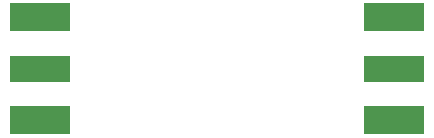
<source format=gbr>
%TF.GenerationSoftware,KiCad,Pcbnew,8.0.3*%
%TF.CreationDate,2024-07-05T10:32:19-05:00*%
%TF.ProjectId,Bald Probe Test Fixture rev1,42616c64-2050-4726-9f62-652054657374,rev?*%
%TF.SameCoordinates,Original*%
%TF.FileFunction,Paste,Top*%
%TF.FilePolarity,Positive*%
%FSLAX46Y46*%
G04 Gerber Fmt 4.6, Leading zero omitted, Abs format (unit mm)*
G04 Created by KiCad (PCBNEW 8.0.3) date 2024-07-05 10:32:19*
%MOMM*%
%LPD*%
G01*
G04 APERTURE LIST*
%ADD10R,5.080000X2.290000*%
%ADD11R,5.080000X2.420000*%
G04 APERTURE END LIST*
D10*
%TO.C,J2*%
X143250000Y-93980000D03*
D11*
X143250000Y-98360000D03*
X143250000Y-89600000D03*
%TD*%
D10*
%TO.C,J1*%
X113290000Y-93980000D03*
D11*
X113290000Y-89600000D03*
X113290000Y-98360000D03*
%TD*%
M02*

</source>
